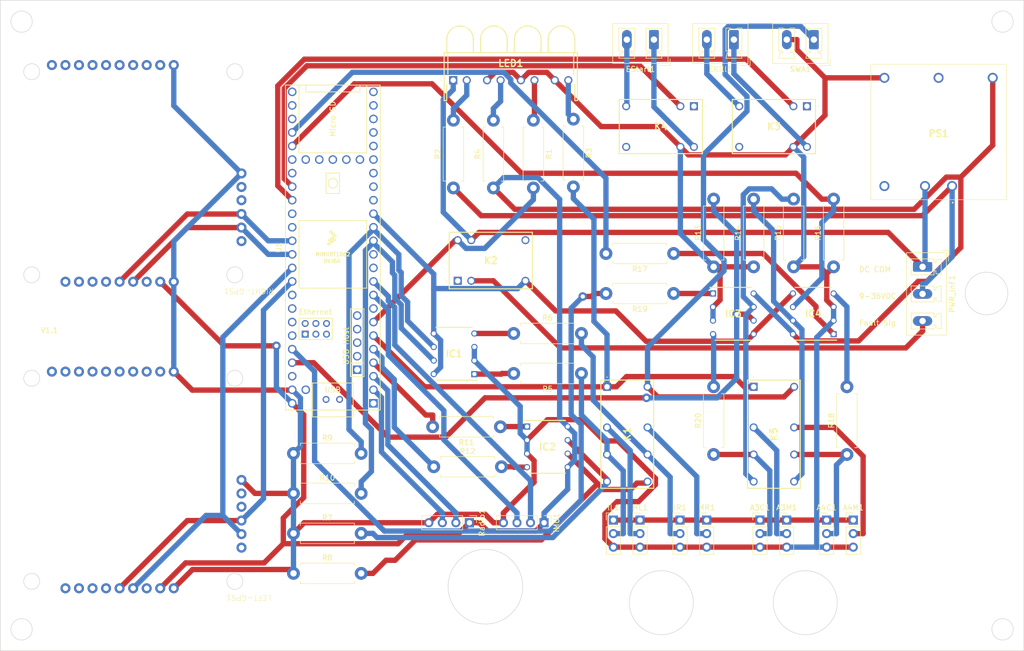
<source format=kicad_pcb>
(kicad_pcb (version 20221018) (generator pcbnew)
  (title_block (title "AGV Control Board") (date "2024-06-30") (rev "V1.0"))
  (layers (0 "F.Cu" signal) (31 "B.Cu" signal) (34 "B.Paste" user) (35 "F.Paste" user) (36 "B.SilkS" user "B.Silkscreen") (37 "F.SilkS" user "F.Silkscreen") (38 "B.Mask" user) (39 "F.Mask" user) (44 "Edge.Cuts" user))
  (net 0 "")
  (net 1 "COM")
  (net 2 "5VDC")
  (net 3 "3.3V")
  (net 4 "12COM")
  (net 5 "12VDC")
  (net 6 "TX1")
  (net 7 "RX1")
  (net 8 "M5V")
  (net 9 "TX2")
  (net 10 "RX2")
  (net 13 "Net-(U1-2_OUT2)")
  (net 14 "Net-(U1-3_LRCLK2)")
  (net 34 "Net-(EKill1-Pin_1)")
  (net 35 "Net-(EKill1-Pin_2)")
  (net 61 "Net-(EStart1-Pin_1)")
  (net 62 "Net-(EStart1-Pin_2)")
  (net 63 "Net-(IC1-A_1)")
  (net 64 "Net-(IC1-A_2)")
  (net 65 "Net-(IC1-C_3)")
  (net 66 "Net-(IC1-C_4)")
  (net 67 "Net-(IC2-A_1)")
  (net 68 "Net-(IC2-A_2)")
  (net 69 "Net-(IC2-C_3)")
  (net 70 "Net-(IC2-C_4)")
  (net 71 "Net-(IL1-Pin_2)")
  (net 72 "Net-(IR1-Pin_2)")
  (net 73 "EKill")
  (net 74 "EStart")
  (net 75 "MOut")
  (net 76 "Net-(K1-COM_1)")
  (net 77 "Net-(K1-COM_2)")
  (net 78 "MCom")
  (net 79 "P3I")
  (net 80 "P4I")
  (net 81 "P3O")
  (net 82 "P4O")
  (net 83 "Net-(A3C1-Pin_2)")
  (net 84 "Net-(A3M1-Pin_2)")
  (net 85 "Net-(A4C1-Pin_2)")
  (net 86 "Net-(A4M1-Pin_2)")
  (net 87 "Net-(IC3-A_1)")
  (net 88 "Net-(IC3-A_2)")
  (net 89 "Net-(IC3-C_4)")
  (net 90 "Net-(IC4-A_1)")
  (net 91 "Net-(IC4-A_2)")
  (net 92 "Net-(IC4-C_4)")
  (net 94 "Net-(K2-COIL_1)")
  (net 96 "Net-(K2-NO)")
  (net 101 "Net-(LED1-A_GREEN_1)")
  (net 102 "Net-(LED1-A_GREEN_2)")
  (net 103 "Net-(LED1-A_GREEN_3)")
  (net 104 "Net-(LED1-A_GREEN_4)")
  (net 109 "Net-(LEFT-GPS1-RX2)")
  (net 110 "Net-(LEFT-GPS1-TX2)")
  (net 122 "Net-(RIGHT-GPS1-RX2)")
  (net 123 "Net-(RIGHT-GPS1-TX2)")
  (footprint "Resistor_THT:R_Axial_DIN0411_L9.9mm_D3.6mm_P12.70mm_Horizontal" (layer "F.Cu") (at 176.31 70 90)
    (fp_text reference "R16")
    (fp_text value "10K")
  )
  (footprint "Connector_PinHeader_2.54mm:PinHeader_1x03_P2.54mm_Vertical" (layer "F.Cu") (at 135 117.5)
    (fp_text reference "IL1")
    (fp_text value "Conn_01x03_Pin")
  )
  (footprint "Connector_PinHeader_2.54mm:PinHeader_1x03_P2.54mm_Vertical" (layer "F.Cu") (at 180 117.5)
    (fp_text reference "A4M1")
    (fp_text value "Conn_01x03_Pin")
  )
  (footprint "Resistor_THT:R_Axial_DIN0411_L9.9mm_D3.6mm_P12.70mm_Horizontal" (layer "F.Cu") (at 129.01 90 180)
    (fp_text reference "R5")
    (fp_text value "187")
  )
  (footprint "boards:Sparkfun GPS-RTK" (layer "F.Cu") (at 66.6166 74.0658 180)
    (fp_text reference "RIGHT-GPS1")
    (fp_text value "~")
  )
  (footprint "Resistor_THT:R_Axial_DIN0411_L9.9mm_D3.6mm_P12.70mm_Horizontal" (layer "F.Cu") (at 161.31 70 90)
    (fp_text reference "R14")
    (fp_text value "10K")
  )
  (footprint "Connector_PinHeader_2.54mm:PinHeader_1x03_P2.54mm_Vertical" (layer "F.Cu") (at 140 117.5)
    (fp_text reference "ML1")
    (fp_text value "Conn_01x03_Pin")
  )
  (footprint "SamacSys:SR113V2002C" (layer "F.Cu") (at 161.31 92.5 -90)
    (fp_text reference "K5")
    (fp_text value "SR11-3V-200-2C" hide)
  )
  (footprint "Connector_PinHeader_2.54mm:PinHeader_1x03_P2.54mm_Vertical" (layer "F.Cu") (at 152.5 117.5)
    (fp_text reference "MR1")
    (fp_text value "Conn_01x03_Pin")
  )
  (footprint "Connector_PinHeader_2.54mm:PinHeader_1x04_P2.54mm_Vertical" (layer "F.Cu") (at 108 118 -90)
    (fp_text reference "Radio1")
    (fp_text value "Conn_01x04_Pin")
  )
  (footprint "Resistor_THT:R_Axial_DIN0411_L9.9mm_D3.6mm_P12.70mm_Horizontal" (layer "F.Cu") (at 120 42.5 -90)
    (fp_text reference "R1")
    (fp_text value "750")
  )
  (footprint "Resistor_THT:R_Axial_DIN0411_L9.9mm_D3.6mm_P12.70mm_Horizontal" (layer "F.Cu") (at 153.81 105.2 90)
    (fp_text reference "R20")
    (fp_text value "187")
  )
  (footprint "Resistor_THT:R_Axial_DIN0411_L9.9mm_D3.6mm_P12.70mm_Horizontal" (layer "F.Cu") (at 127.5 42.3 -90)
    (fp_text reference "R3")
    (fp_text value "750")
  )
  (footprint "SamacSys:SR113V2002C" (layer "F.Cu") (at 133.81 92.5 -90)
    (fp_text reference "K1")
    (fp_text value "SR11-3V-200-2C" hide)
  )
  (footprint "Connector_PinHeader_2.54mm:PinHeader_1x04_P2.54mm_Vertical" (layer "F.Cu") (at 122 118 -90)
    (fp_text reference "IMU1")
    (fp_text value "Conn_01x04_Pin")
  )
  (footprint "SamacSys:SR512V2001C" (layer "F.Cu") (at 105.81 72.62)
    (fp_text reference "K2")
    (fp_text value "SR5-12V-200-1C" hide)
  )
  (footprint "Connector_Phoenix_MC_HighVoltage:PhoenixContact_MCV_1,5_2-G-5.08_1x02_P5.08mm_Vertical" (layer "F.Cu") (at 157.61 27.38 180)
    (fp_text reference "EKill1")
    (fp_text value "Conn_01x02_Pin")
  )
  (footprint "Resistor_THT:R_Axial_DIN0411_L9.9mm_D3.6mm_P12.70mm_Horizontal" (layer "F.Cu") (at 168.81 70 90)
    (fp_text reference "R15")
    (fp_text value "10K")
  )
  (footprint "Resistor_THT:R_Axial_DIN0411_L9.9mm_D3.6mm_P12.70mm_Horizontal" (layer "F.Cu") (at 113.81 100 180)
    (fp_text reference "R11")
    (fp_text value "100")
  )
  (footprint "Connector_PinHeader_2.54mm:PinHeader_1x03_P2.54mm_Vertical" (layer "F.Cu") (at 162.5 117.5)
    (fp_text reference "A3C1")
    (fp_text value "Conn_01x03_Pin")
  )
  (footprint "Resistor_THT:R_Axial_DIN0411_L9.9mm_D3.6mm_P12.70mm_Horizontal" (layer "F.Cu") (at 105 55.2 90)
    (fp_text reference "R2")
    (fp_text value "6.19K")
  )
  (footprint "Resistor_THT:R_Axial_DIN0411_L9.9mm_D3.6mm_P12.70mm_Horizontal" (layer "F.Cu") (at 116.31 82.5)
    (fp_text reference "R6")
    (fp_text value "187")
  )
  (footprint "SamacSys:DIP762W56P254L977H470Q8N" (layer "F.Cu") (at 157.5 78.81)
    (fp_text reference "IC3")
    (fp_text value "CNY74-2H" hide)
  )
  (footprint "Resistor_THT:R_Axial_DIN0411_L9.9mm_D3.6mm_P12.70mm_Horizontal" (layer "F.Cu") (at 146.31 67.5 180)
    (fp_text reference "R17")
    (fp_text value "100")
  )
  (footprint "SamacSys:SR53V2001C" (layer "F.Cu") (at 171.31 39.88 180)
    (fp_text reference "K3")
    (fp_text value "SR5-3V-200-1C" hide)
  )
  (footprint "Connector_Phoenix_MC_HighVoltage:PhoenixContact_MCV_1,5_2-G-5.08_1x02_P5.08mm_Vertical" (layer "F.Cu") (at 172.61 27.38 180)
    (fp_text reference "SWA1")
    (fp_text value "Conn_01x02_Pin")
  )
  (footprint "Resistor_THT:R_Axial_DIN0411_L9.9mm_D3.6mm_P12.70mm_Horizontal" (layer "F.Cu") (at 112.5 55.2 90)
    (fp_text reference "R4")
    (fp_text value "1.6K")
  )
  (footprint "Resistor_THT:R_Axial_DIN0411_L9.9mm_D3.6mm_P12.70mm_Horizontal" (layer "F.Cu") (at 75 112.5)
    (fp_text reference "R10")
    (fp_text value "10K")
  )
  (footprint "Resistor_THT:R_Axial_DIN0411_L9.9mm_D3.6mm_P12.70mm_Horizontal" (layer "F.Cu") (at 178.81 105.2 90)
    (fp_text reference "R18")
    (fp_text value "187")
  )
  (footprint "SamacSys:5501307004F" (layer "F.Cu") (at 104.96 35 180)
    (fp_text reference "LED1")
    (fp_text value "550-1307-004F" hide)
  )
  (footprint "SamacSys:THL152411WI" (layer "F.Cu") (at 198.54 54.85 180)
    (fp_text reference "PS1")
    (fp_text value "THL_15-2411WI" hide)
  )
  (footprint "boards:Sparkfun GPS-RTK" (layer "F.Cu") (at 66.6166 131.5658 180)
    (fp_text reference "LEFT-GPS1")
    (fp_text value "~")
  )
  (footprint "Resistor_THT:R_Axial_DIN0411_L9.9mm_D3.6mm_P12.70mm_Horizontal" (layer "F.Cu") (at 153.81 70 90)
    (fp_text reference "R13")
    (fp_text value "10K")
  )
  (footprint "Resistor_THT:R_Axial_DIN0411_L9.9mm_D3.6mm_P12.70mm_Horizontal" (layer "F.Cu") (at 146.31 75 180)
    (fp_text reference "R19")
    (fp_text value "100")
  )
  (footprint "SamacSys:SR53V2001C" (layer "F.Cu") (at 150.11 39.88 180)
    (fp_text reference "K4")
    (fp_text value "SR5-3V-200-1C" hide)
  )
  (footprint "SamacSys:DIP762W56P254L977H470Q8N" (layer "F.Cu") (at 105.12 86.31 180)
    (fp_text reference "IC1")
    (fp_text value "HCPL2731M" hide)
  )
  (footprint "Connector_Phoenix_MC_HighVoltage:PhoenixContact_MCV_1,5_2-G-5.08_1x02_P5.08mm_Vertical" (layer "F.Cu") (at 142.61 27.38 180)
    (fp_text reference "EStart1")
    (fp_text value "Conn_01x02_Pin")
  )
  (footprint "Teensy:Teensy41" (layer "F.Cu") (at 82.38 66.39 90)
    (fp_text reference "U1")
    (fp_text value "Teensy4.1")
  )
  (footprint "SamacSys:DIP762W56P254L977H470Q8N" (layer "F.Cu") (at 122.62 103.77)
    (fp_text reference "IC2")
    (fp_text value "HCPL2731M" hide)
  )
  (footprint "Connector_Phoenix_MC_HighVoltage:PhoenixContact_MCV_1,5_3-G-5.08_1x03_P5.08mm_Vertical" (layer "F.Cu") (at 193 70 -90)
    (fp_text reference "PWR_InF1")
    (fp_text value "Conn_01x03_Pin")
  )
  (footprint "Resistor_THT:R_Axial_DIN0411_L9.9mm_D3.6mm_P12.70mm_Horizontal" (layer "F.Cu") (at 75 120)
    (fp_text reference "R7")
    (fp_text value "10K")
  )
  (footprint "Connector_PinHeader_2.54mm:PinHeader_1x03_P2.54mm_Vertical" (layer "F.Cu") (at 175 117.5)
    (fp_text reference "A4C1")
    (fp_text value "Conn_01x03_Pin")
  )
  (footprint "Resistor_THT:R_Axial_DIN0411_L9.9mm_D3.6mm_P12.70mm_Horizontal" (layer "F.Cu") (at 75 127.5)
    (fp_text reference "R8")
    (fp_text value "10K")
  )
  (footprint "Resistor_THT:R_Axial_DIN0411_L9.9mm_D3.6mm_P12.70mm_Horizontal" (layer "F.Cu") (at 75 105)
    (fp_text reference "R9")
    (fp_text value "10K")
  )
  (footprint "Connector_PinHeader_2.54mm:PinHeader_1x03_P2.54mm_Vertical" (layer "F.Cu") (at 167.5 117.5)
    (fp_text reference "A3M1")
    (fp_text value "Conn_01x03_Pin")
  )
  (footprint "SamacSys:DIP762W56P254L977H470Q8N" (layer "F.Cu") (at 172.5 78.81 180)
    (fp_text reference "IC4")
    (fp_text value "CNY74-2H" hide)
  )
  (footprint "Connector_PinHeader_2.54mm:PinHeader_1x03_P2.54mm_Vertical" (layer "F.Cu") (at 147.5 117.5)
    (fp_text reference "IR1")
    (fp_text value "Conn_01x03_Pin")
  )
  (footprint "Resistor_THT:R_Axial_DIN0411_L9.9mm_D3.6mm_P12.70mm_Horizontal" (layer "F.Cu") (at 101.31 107.5)
    (fp_text reference "R12")
    (fp_text value "100")
  )
  (gr_line (start 20 142) (end 20 20) (stroke (width 0.1)) (layer "Edge.Cuts"))
  (gr_circle (center 111 130) (end 118 130) (stroke (width 0.1)) (fill none) (layer "Edge.Cuts"))
  (gr_circle (center 25.9 90.9) (end 24.4 90.9) (stroke (width 0.1)) (fill none) (layer "Edge.Cuts"))
  (gr_circle (center 64 90.9) (end 62.5 90.9) (stroke (width 0.1)) (fill none) (layer "Edge.Cuts"))
  (gr_circle (center 208 138) (end 206 138) (stroke (width 0.1)) (fill none) (layer "Edge.Cuts"))
  (gr_circle (center 64 71.5) (end 62.5 71.5) (stroke (width 0.1)) (fill none) (layer "Edge.Cuts"))
  (gr_circle (center 24 24) (end 24 22) (stroke (width 0.1)) (fill none) (layer "Edge.Cuts"))
  (gr_line (start 212 20) (end 212 142) (stroke (width 0.1)) (layer "Edge.Cuts"))
  (gr_circle (center 24 138) (end 26 138) (stroke (width 0.1)) (fill none) (layer "Edge.Cuts"))
  (gr_circle (center 64 33.4) (end 62.5 33.4) (stroke (width 0.1)) (fill none) (layer "Edge.Cuts"))
  (gr_circle (center 208 24) (end 210 24) (stroke (width 0.1)) (fill none) (layer "Edge.Cuts"))
  (gr_circle (center 205 75) (end 209 75) (stroke (width 0.1)) (fill none) (layer "Edge.Cuts"))
  (gr_circle (center 144 133) (end 150 133) (stroke (width 0.1)) (fill none) (layer "Edge.Cuts"))
  (gr_circle (center 25.9 71.5) (end 27.4 71.5) (stroke (width 0.1)) (fill none) (layer "Edge.Cuts"))
  (gr_circle (center 64 129) (end 62.5 129) (stroke (width 0.1)) (fill none) (layer "Edge.Cuts"))
  (gr_line (start 20 20) (end 212 20) (stroke (width 0.1)) (layer "Edge.Cuts"))
  (gr_circle (center 171 133) (end 177 133) (stroke (width 0.1)) (fill none) (layer "Edge.Cuts"))
  (gr_line (start 212 142) (end 20 142) (stroke (width 0.1)) (layer "Edge.Cuts"))
  (gr_circle (center 25.9 33.4) (end 27.4 33.4) (stroke (width 0.1)) (fill none) (layer "Edge.Cuts"))
  (gr_circle (center 25.9 129) (end 24.4 129) (stroke (width 0.1)) (fill none) (layer "Edge.Cuts"))
  (gr_text "V1.1" (at 27.5 82.5) (layer "F.SilkS") (effects (font (size 1 1)) (justify left bottom)))
  (gr_text "9-36VDC" (at 181 76.08) (layer "F.SilkS") (effects (font (size 1 1)) (justify left bottom)))
  (gr_text "DC COM" (at 181 71.08) (layer "F.SilkS") (effects (font (size 1 1)) (justify left bottom)))
  (gr_text "Fault Sig" (at 181 81.08) (layer "F.SilkS") (effects (font (size 1 1)) (justify left bottom)))
  (segment (start 114.38 118) (end 114.38 116.15) (width 1) (layer "F.Cu") (net 1))
  (segment (start 174.7 41.57) (end 168.77 47.5) (width 1) (layer "F.Cu") (net 1))
  (segment (start 174.7 34.55) (end 185.84 34.55) (width 1) (layer "F.Cu") (net 1))
  (segment (start 114.38 118) (end 112.53 118) (width 1) (layer "F.Cu") (net 1))
  (segment (start 118.81 105.04) (end 120.1297 106.3597) (width 1) (layer "F.Cu") (net 1))
  (segment (start 116.1757 33.5157) (end 112.7943 33.5157) (width 1) (layer "F.Cu") (net 1))
  (segment (start 110.9548 116.4248) (end 112.53 118) (width 1) (layer "F.Cu") (net 1))
  (segment (start 169.43 27.38) (end 169.43 29.28) (width 1) (layer "F.Cu") (net 1))
  (segment (start 101.9552 116.4248) (end 110.9548 116.4248) (width 1) (layer "F.Cu") (net 1))
  (segment (start 135.8665 102.6599) (end 142.8932 109.6866) (width 1) (layer "F.Cu") (net 1))
  (segment (start 56.0679 126.7729) (end 52.545 130.2958) (width 1) (layer "F.Cu") (net 1))
  (segment (start 74.76 93.06) (end 74.6983 93.1217) (width 1) (layer "F.Cu") (net 1))
  (segment (start 168.81 70) (end 173.7462 70) (width 1) (layer "F.Cu") (net 1))
  (segment (start 124.01 35) (end 122.5257 33.5157) (width 1) (layer "F.Cu") (net 1))
  (segment (start 122.6428 98.6672) (end 129.3287 98.6672) (width 1) (layer "F.Cu") (net 1))
  (segment (start 142.8932 110.8568) (end 139.7152 114.0348) (width 1) (layer "F.Cu") (net 1))
  (segment (start 75 127.5) (end 74.2729 126.7729) (width 1) (layer "F.Cu") (net 1))
  (segment (start 74.6983 93.1217) (end 56.0109 93.1217) (width 1) (layer "F.Cu") (net 1))
  (segment (start 147.57 47.5) (end 149.0757 49.0057) (width 1) (layer "F.Cu") (net 1))
  (segment (start 180 122.58) (end 175 122.58) (width 1) (layer "F.Cu") (net 1))
  (segment (start 173.7462 70) (end 175.0281 71.2819) (width 1) (layer "F.Cu") (net 1))
  (segment (start 142.8932 109.6866) (end 142.8932 110.8568) (width 1) (layer "F.Cu") (net 1))
  (segment (start 155.0208 70) (end 161.31 70) (width 1) (layer "F.Cu") (net 1))
  (segment (start 155.0208 76.2092) (end 153.69 77.54) (width 1) (layer "F.Cu") (net 1))
  (segment (start 129.3287 98.6672) (end 133.3214 102.6599) (width 1) (layer "F.Cu") (net 1))
  (segment (start 117.66 35) (end 116.1757 33.5157) (width 1) (layer "F.Cu") (net 1))
  (segment (start 112.7943 33.5157) (end 111.31 35) (width 1) (layer "F.Cu") (net 1))
  (segment (start 118.81 102.5) (end 122.6428 98.6672) (width 1) (layer "F.Cu") (net 1))
  (segment (start 153.81 70) (end 155.0208 70) (width 1) (layer "F.Cu") (net 1))
  (segment (start 167.2643 49.0057) (end 168.77 47.5) (width 1) (layer "F.Cu") (net 1))
  (segment (start 133.3214 102.6599) (end 135.8665 102.6599) (width 1) (layer "F.Cu") (net 1))
  (segment (start 133.4159 120.9959) (end 135 122.58) (width 1) (layer "F.Cu") (net 1))
  (segment (start 155.0208 70) (end 155.0208 76.2092) (width 1) (layer "F.Cu") (net 1))
  (segment (start 147.57 47.5) (end 143.76 43.69) (width 1) (layer "F.Cu") (net 1))
  (segment (start 149.0757 49.0057) (end 167.2643 49.0057) (width 1) (layer "F.Cu") (net 1))
  (segment (start 75 112.5) (end 67.7692 112.5) (width 1) (layer "F.Cu") (net 1))
  (segment (start 100.38 118) (end 101.9552 116.4248) (width 1) (layer "F.Cu") (net 1))
  (segment (start 176.31 77.54) (end 175.0281 76.2581) (width 1) (layer "F.Cu") (net 1))
  (segment (start 167.5 122.58) (end 162.5 122.58) (width 1) (layer "F.Cu") (net 1))
  (segment (start 119.1443 33.5157) (end 117.66 35) (width 1) (layer "F.Cu") (net 1))
  (segment (start 152.5 122.58) (end 147.5 122.58) (width 1) (layer "F.Cu") (net 1))
  (segment (start 122.5257 33.5157) (end 119.1443 33.5157) (width 1) (layer "F.Cu") (net 1))
  (segment (start 132.7 43.69) (end 124.01 35) (width 1) (layer "F.Cu") (net 1))
  (segment (start 174.7 34.55) (end 174.7 41.57) (width 1) (layer "F.Cu") (net 1))
  (segment (start 133.4159 116.3349) (end 133.4159 120.9959) (width 1) (layer "F.Cu") (net 1))
  (segment (start 135.716 114.0348) (end 133.4159 116.3349) (width 1) (layer "F.Cu") (net 1))
  (segment (start 169.43 29.28) (end 174.7 34.55) (width 1) (layer "F.Cu") (net 1))
  (segment (start 67.7692 112.5) (end 65.245 109.9758) (width 1) (layer "F.Cu") (net 1))
  (segment (start 140 122.58) (end 135 122.58) (width 1) (layer "F.Cu") (net 1))
  (segment (start 74.2729 126.7729) (end 56.0679 126.7729) (width 1) (layer "F.Cu") (net 1))
  (segment (start 120.1297 106.3597) (end 120.1297 110.4003) (width 1) (layer "F.Cu") (net 1))
  (segment (start 162.5 122.58) (end 152.5 122.58) (width 1) (layer "F.Cu") (net 1))
  (segment (start 77 118) (end 100.38 118) (width 1) (layer "F.Cu") (net 1))
  (segment (start 167.53 27.38) (end 169.43 27.38) (width 1) (layer "F.Cu") (net 1))
  (segment (start 75 120) (end 77 118) (width 1) (layer "F.Cu") (net 1))
  (segment (start 143.76 43.69) (end 132.7 43.69) (width 1) (layer "F.Cu") (net 1))
  (segment (start 175.0281 71.2819) (end 176.31 70) (width 1) (layer "F.Cu") (net 1))
  (segment (start 175.0281 76.2581) (end 175.0281 71.2819) (width 1) (layer "F.Cu") (net 1))
  (segment (start 147.5 122.58) (end 140 122.58) (width 1) (layer "F.Cu") (net 1))
  (segment (start 139.7152 114.0348) (end 135.716 114.0348) (width 1) (layer "F.Cu") (net 1))
  (segment (start 120.1297 110.4003) (end 114.38 116.15) (width 1) (layer "F.Cu") (net 1))
  (segment (start 56.0109 93.1217) (end 52.545 89.6558) (width 1) (layer "F.Cu") (net 1))
  (segment (start 76.3022 103.6978) (end 75 105) (width 1) (layer "B.Cu") (net 1))
  (segment (start 170.7122 68.0978) (end 168.81 70) (width 1) (layer "B.Cu") (net 1))
  (segment (start 173.15 83.24) (end 176.31 80.08) (width 1) (layer "B.Cu") (net 1))
  (segment (start 147.57 63.76) (end 153.81 70) (width 1) (layer "B.Cu") (net 1))
  (segment (start 52.545 39.7758) (end 65.245 52.4758) (width 1) (layer "B.Cu") (net 1))
  (segment (start 74.76 93.06) (end 76.3022 94.6022) (width 1) (layer "B.Cu") (net 1))
  (segment (start 168.77 47.5) (end 170.7122 49.4422) (width 1) (layer "B.Cu") (net 1))
  (segment (start 176.31 77.54) (end 176.31 80.08) (width 1) (layer "B.Cu") (net 1))
  (segment (start 153.69 80.08) (end 153.69 77.54) (width 1) (layer "B.Cu") (net 1))
  (segment (start 118.81 105.04) (end 118.81 102.5) (width 1) (layer "B.Cu") (net 1))
  (segment (start 173.15 122.58) (end 173.15 83.24) (width 1) (layer "B.Cu") (net 1))
  (segment (start 75 120) (end 75 112.5) (width 1) (layer "B.Cu") (net 1))
  (segment (start 175 122.58) (end 173.15 122.58) (width 1) (layer "B.Cu") (net 1))
  (segment (start 118.81 102.5) (end 117.5281 101.2181) (width 1) (layer "B.Cu") (net 1))
  (segment (start 52.545 89.6558) (end 52.545 72.7958) (width 1) (layer "B.Cu") (net 1))
  (segment (start 147.57 47.5) (end 147.57 63.76) (width 1) (layer "B.Cu") (net 1))
  (segment (start 76.3022 94.6022) (end 76.3022 103.6978) (width 1) (layer "B.Cu") (net 1))
  (segment (start 117.5281 96.1781) (end 108.93 87.58) (width 1) (layer "B.Cu") (net 1))
  (segment (start 65.245 52.4758) (end 52.545 65.1758) (width 1) (layer "B.Cu") (net 1))
  (segment (start 170.7122 49.4422) (end 170.7122 68.0978) (width 1) (layer "B.Cu") (net 1))
  (segment (start 75 105) (end 75 112.5) (width 1) (layer "B.Cu") (net 1))
  (segment (start 75 127.5) (end 75 120) (width 1) (layer "B.Cu") (net 1))
  (segment (start 167.5 122.58) (end 173.15 122.58) (width 1) (layer "B.Cu") (net 1))
  (segment (start 52.545 32.1558) (end 52.545 39.7758) (width 1) (layer "B.Cu") (net 1))
  (segment (start 108.93 87.58) (end 108.93 85.04) (width 1) (layer "B.Cu") (net 1))
  (segment (start 117.5281 101.2181) (end 117.5281 96.1781) (width 1) (layer "B.Cu") (net 1))
  (segment (start 52.545 65.1758) (end 52.545 72.7958) (width 1) (layer "B.Cu") (net 1))
  (segment (start 69.4841 125.5393) (end 54.7615 125.5393) (width 1) (layer "F.Cu") (net 2))
  (segment (start 73.0896 121.9338) (end 69.4841 125.5393) (width 1) (layer "F.Cu") (net 2))
  (segment (start 74.76 95.6) (end 76.9246 97.7646) (width 1) (layer "F.Cu") (net 2))
  (segment (start 200.18 53.1667) (end 197.4618 53.1667) (width 1) (layer "F.Cu") (net 2))
  (segment (start 62.0279 84.8187) (end 71.7936 84.8187) (width 1) (layer "F.Cu") (net 2))
  (segment (start 96.5864 119.9649) (end 94.6175 121.9338) (width 1) (layer "F.Cu") (net 2))
  (segment (start 76.9246 113.2736) (end 73.0896 117.1086) (width 1) (layer "F.Cu") (net 2))
  (segment (start 73.0896 117.1086) (end 73.0896 121.9338) (width 1) (layer "F.Cu") (net 2))
  (segment (start 111.4019 119.5519) (end 120.4481 119.5519) (width 1) (layer "F.Cu") (net 2))
  (segment (start 191.4223 59.2062) (end 116.5062 59.2062) (width 1) (layer "F.Cu") (net 2))
  (segment (start 50.005 72.7958) (end 62.0279 84.8187) (width 1) (layer "F.Cu") (net 2))
  (segment (start 54.7615 125.5393) (end 50.005 130.2958) (width 1) (layer "F.Cu") (net 2))
  (segment (start 94.6175 121.9338) (end 73.0896 121.9338) (width 1) (layer "F.Cu") (net 2))
  (segment (start 206.16 47.1867) (end 200.18 53.1667) (width 1) (layer "F.Cu") (net 2))
  (segment (start 193.8237 72.731) (end 192.1635 72.731) (width 1) (layer "F.Cu") (net 2))
  (segment (start 200.18 66.3747) (end 193.8237 72.731) (width 1) (layer "F.Cu") (net 2))
  (segment (start 180.9926 83.9019) (end 169.9719 83.9019) (width 1) (layer "F.Cu") (net 2))
  (segment (start 109.85 118) (end 111.4019 119.5519) (width 1) (layer "F.Cu") (net 2))
  (segment (start 106.0351 119.9649) (end 96.5864 119.9649) (width 1) (layer "F.Cu") (net 2))
  (segment (start 76.9246 97.7646) (end 76.9246 113.2736) (width 1) (layer "F.Cu") (net 2))
  (segment (start 108 118) (end 109.85 118) (width 1) (layer "F.Cu") (net 2))
  (segment (start 116.5062 59.2062) (end 112.5 55.2) (width 1) (layer "F.Cu") (net 2))
  (segment (start 192.1635 72.731) (end 180.9926 83.9019) (width 1) (layer "F.Cu") (net 2))
  (segment (start 108 118) (end 106.0351 119.9649) (width 1) (layer "F.Cu") (net 2))
  (segment (start 169.9719 83.9019) (end 168.69 82.62) (width 1) (layer "F.Cu") (net 2))
  (segment (start 120.4481 119.5519) (end 122 118) (width 1) (layer "F.Cu") (net 2))
  (segment (start 200.18 53.1667) (end 200.18 66.3747) (width 1) (layer "F.Cu") (net 2))
  (segment (start 206.16 34.55) (end 206.16 47.1867) (width 1) (layer "F.Cu") (net 2))
  (segment (start 197.4618 53.1667) (end 191.4223 59.2062) (width 1) (layer "F.Cu") (net 2))
  (via (at 71.7936 84.8187) (size 1.6) (drill 0.8) (layers "F.Cu" "B.Cu") (net 2))
  (segment (start 124.9251 98.4551) (end 126.43 99.96) (width 1) (layer "B.Cu") (net 2))
  (segment (start 127.7579 106.2521) (end 126.43 107.58) (width 1) (layer "B.Cu") (net 2))
  (segment (start 122 118) (end 122 116.15) (width 1) (layer "B.Cu") (net 2))
  (segment (start 126.43 99.96) (end 127.7579 101.2879) (width 1) (layer "B.Cu") (net 2))
  (segment (start 122 116.15) (end 126.43 111.72) (width 1) (layer "B.Cu") (net 2))
  (segment (start 71.7936 84.8187) (end 71.7936 92.6336) (width 1) (layer "B.Cu") (net 2))
  (segment (start 161.31 75) (end 168.69 82.38) (width 1) (layer "B.Cu") (net 2))
  (segment (start 71.7936 92.6336) (end 74.76 95.6) (width 1) (layer "B.Cu") (net 2))
  (segment (start 124.9251 57.3417) (end 124.9251 98.4551) (width 1) (layer "B.Cu") (net 2))
  (segment (start 114.4405 53.2595) (end 120.8429 53.2595) (width 1) (layer "B.Cu") (net 2))
  (segment (start 112.5 55.2) (end 114.4405 53.2595) (width 1) (layer "B.Cu") (net 2))
  (segment (start 127.7579 101.2879) (end 127.7579 106.2521) (width 1) (layer "B.Cu") (net 2))
  (segment (start 168.69 82.38) (end 168.69 82.62) (width 1) (layer "B.Cu") (net 2))
  (segment (start 126.43 111.72) (end 126.43 107.58) (width 1) (layer "B.Cu") (net 2))
  (segment (start 120.8429 53.2595) (end 124.9251 57.3417) (width 1) (layer "B.Cu") (net 2))
  (segment (start 124.1624 78.2724) (end 118.51 72.62) (width 1) (layer "F.Cu") (net 3))
  (segment (start 161.31 82.62) (end 161.31 82.38) (width 1) (layer "F.Cu") (net 3))
  (segment (start 161.31 82.38) (end 168.69 75) (width 1) (layer "F.Cu") (net 3))
  (segment (start 141.1508 83.96) (end 135.4632 78.2724) (width 1) (layer "F.Cu") (net 3))
  (segment (start 159.97 83.96) (end 141.1508 83.96) (width 1) (layer "F.Cu") (net 3))
  (segment (start 135.4632 78.2724) (end 124.1624 78.2724) (width 1) (layer "F.Cu") (net 3))
  (segment (start 161.31 82.62) (end 159.97 83.96) (width 1) (layer "F.Cu") (net 3))
  (segment (start 102.5955 83.7855) (end 102.5955 88.8345) (width 1) (layer "B.Cu") (net 3))
  (segment (start 117.0504 74.0796) (end 101.31 74.0796) (width 1) (layer "B.Cu") (net 3))
  (segment (start 101.31 71.35) (end 101.31 74.0796) (width 1) (layer "B.Cu") (net 3))
  (segment (start 102.5955 88.8345) (end 101.31 90.12) (width 1) (layer "B.Cu") (net 3))
  (segment (start 118.51 72.62) (end 117.0504 74.0796) (width 1) (layer "B.Cu") (net 3))
  (segment (start 101.31 82.5) (end 102.5955 83.7855) (width 1) (layer "B.Cu") (net 3))
  (segment (start 101.31 74.0796) (end 101.31 82.5) (width 1) (layer "B.Cu") (net 3))
  (segment (start 90 60.04) (end 101.31 71.35) (width 1) (layer "B.Cu") (net 3))
  (segment (start 109.804 63.546) (end 108.35 65) (width 1) (layer "F.Cu") (net 4))
  (segment (start 186.546 63.546) (end 109.804 63.546) (width 1) (layer "F.Cu") (net 4))
  (segment (start 193 70) (end 186.546 63.546) (width 1) (layer "F.Cu") (net 4))
  (segment (start 193 70) (end 193.46 69.54) (width 1) (layer "B.Cu") (net 4))
  (segment (start 103.0922 59.7422) (end 108.35 65) (width 1) (layer "B.Cu") (net 4))
  (segment (start 103.0922 38.6298) (end 103.0922 59.7422) (width 1) (layer "B.Cu") (net 4))
  (segment (start 104.96 35) (end 104.96 36.762) (width 1) (layer "B.Cu") (net 4))
  (segment (start 104.96 36.762) (end 103.0922 38.6298) (width 1) (layer "B.Cu") (net 4))
  (segment (start 193.46 69.54) (end 193.46 54.85) (width 1) (layer "B.Cu") (net 4))
  (segment (start 192.9819 60.4081) (end 198.54 54.85) (width 1) (layer "F.Cu") (net 5))
  (segment (start 105 55.2) (end 110.2081 60.4081) (width 1) (layer "F.Cu") (net 5))
  (segment (start 110.2081 60.4081) (end 192.9819 60.4081) (width 1) (layer "F.Cu") (net 5))
  (segment (start 193 75.08) (end 193 73.18) (width 1) (layer "B.Cu") (net 5))
  (segment (start 193.475 73.18) (end 198.54 68.115) (width 1) (layer "B.Cu") (net 5))
  (segment (start 193 73.18) (end 193.475 73.18) (width 1) (layer "B.Cu") (net 5))
  (segment (start 198.54 68.115) (end 198.54 54.85) (width 1) (layer "B.Cu") (net 5))
  (segment (start 92.7038 103.3938) (end 92.7038 93.2238) (width 1) (layer "B.Cu") (net 6))
  (segment (start 105.46 118) (end 105.46 116.15) (width 1) (layer "B.Cu") (net 6))
  (segment (start 105.46 116.15) (end 92.7038 103.3938) (width 1) (layer "B.Cu") (net 6))
  (segment (start 92.7038 93.2238) (end 90 90.52) (width 1) (layer "B.Cu") (net 6))
  (segment (start 91.5019 94.5093) (end 91.5019 104.7319) (width 1) (layer "B.Cu") (net 7))
  (segment (start 102.92 118) (end 102.92 116.15) (width 1) (layer "B.Cu") (net 7))
  (segment (start 91.5019 104.7319) (end 102.92 116.15) (width 1) (layer "B.Cu") (net 7))
  (segment (start 90.0526 93.06) (end 91.5019 94.5093) (width 1) (layer "B.Cu") (net 7))
  (segment (start 90 93.06) (end 90.0526 93.06) (width 1) (layer "B.Cu") (net 7))
  (segment (start 167.5 117.5) (end 162.5 117.5) (width 1) (layer "F.Cu") (net 8))
  (segment (start 140 117.5) (end 135 117.5) (width 1) (layer "F.Cu") (net 8))
  (segment (start 162.5 117.5) (end 152.5 117.5) (width 1) (layer "F.Cu") (net 8))
  (segment (start 167.5 117.5) (end 175 117.5) (width 1) (layer "F.Cu") (net 8))
  (segment (start 147.5 117.5) (end 140 117.5) (width 1) (layer "F.Cu") (net 8))
  (segment (start 152.5 117.5) (end 147.5 117.5) (width 1) (layer "F.Cu") (net 8))
  (segment (start 175 117.5) (end 180 117.5) (width 1) (layer "F.Cu") (net 8))
  (segment (start 92.8011 76.39) (end 94.003 77.5919) (width 1) (layer "B.Cu") (net 9))
  (segment (start 94.003 84.6576) (end 119.46 110.1146) (width 1) (layer "B.Cu") (net 9))
  (segment (start 119.46 110.1146) (end 119.46 118) (width 1) (layer "B.Cu") (net 9))
  (segment (start 94.003 77.5919) (end 94.003 84.6576) (width 1) (layer "B.Cu") (net 9))
  (segment (start 92.8011 75.5411) (end 92.8011 76.39) (width 1) (layer "B.Cu") (net 9))
  (segment (start 90 72.74) (end 92.8011 75.5411) (width 1) (layer "B.Cu") (net 9))
  (segment (start 90 75.2886) (end 92.8011 78.0897) (width 1) (layer "B.Cu") (net 10))
  (segment (start 103.2104 96.9614) (end 103.2104 102.4404) (width 1) (layer "B.Cu") (net 10))
  (segment (start 90 75.28) (end 90 75.2886) (width 1) (layer "B.Cu") (net 10))
  (segment (start 103.2104 102.4404) (end 116.92 116.15) (width 1) (layer "B.Cu") (net 10))
  (segment (start 92.8011 78.0897) (end 92.8011 86.5521) (width 1) (layer "B.Cu") (net 10))
  (segment (start 92.8011 86.5521) (end 103.2104 96.9614) (width 1) (layer "B.Cu") (net 10))
  (segment (start 116.92 118) (end 116.92 116.15) (width 1) (layer "B.Cu") (net 10))
  (segment (start 99.82 97.8) (end 101.11 97.8) (width 1) (layer "F.Cu") (net 13))
  (segment (start 101.11 100) (end 101.11 97.8) (width 1) (layer "F.Cu") (net 13))
  (segment (start 90 87.98) (end 99.82 97.8) (width 1) (layer "F.Cu") (net 13))
  (segment (start 91.5992 88.8204) (end 91.5992 87.0392) (width 1) (layer "B.Cu") (net 14))
  (segment (start 101.31 107.5) (end 93.9057 100.0957) (width 1) (layer "B.Cu") (net 14))
  (segment (start 93.9057 91.1269) (end 91.5992 88.8204) (width 1) (layer "B.Cu") (net 14))
  (segment (start 93.9057 100.0957) (end 93.9057 91.1269) (width 1) (layer "B.Cu") (net 14))
  (segment (start 91.5992 87.0392) (end 90 85.44) (width 1) (layer "B.Cu") (net 14))
  (segment (start 171.31 47.5) (end 157.61 33.8) (width 1) (layer "B.Cu") (net 34))
  (segment (start 157.61 33.8) (end 157.61 27.38) (width 1) (layer "B.Cu") (net 34))
  (segment (start 152.53 33.8) (end 152.53 27.38) (width 1) (layer "B.Cu") (net 35))
  (segment (start 158.61 39.88) (end 152.53 33.8) (width 1) (layer "B.Cu") (net 35))
  (segment (start 150.11 47.5) (end 142.61 40) (width 1) (layer "B.Cu") (net 61))
  (segment (start 142.61 40) (end 142.61 27.38) (width 1) (layer "B.Cu") (net 61))
  (segment (start 137.41 39.88) (end 137.53 39.76) (width 1) (layer "B.Cu") (net 62))
  (segment (start 137.53 39.76) (end 137.53 27.38) (width 1) (layer "B.Cu") (net 62))
  (segment (start 116.31 90) (end 114.11 90) (width 1) (layer "F.Cu") (net 63))
  (segment (start 113.99 90.12) (end 114.11 90) (width 1) (layer "F.Cu") (net 63))
  (segment (start 108.93 90.12) (end 113.99 90.12) (width 1) (layer "F.Cu") (net 63))
  (segment (start 108.93 82.5) (end 116.31 82.5) (width 1) (layer "F.Cu") (net 64))
  (segment (start 95.2049 75.3943) (end 96.4068 76.5962) (width 1) (layer "B.Cu") (net 65))
  (segment (start 85.4138 67.5435) (end 90.0119 62.9454) (width 1) (layer "B.Cu") (net 65))
  (segment (start 95.2049 71.0713) (end 95.2049 75.3943) (width 1) (layer "B.Cu") (net 65))
  (segment (start 96.4068 76.5962) (end 96.4068 80.1368) (width 1) (layer "B.Cu") (net 65))
  (segment (start 87.7 105) (end 87.7 102.8) (width 1) (layer "B.Cu") (net 65))
  (segment (start 87.7 102.8) (end 85.4138 100.5138) (width 1) (layer "B.Cu") (net 65))
  (segment (start 94.7623 70.6287) (end 95.2049 71.0713) (width 1) (layer "B.Cu") (net 65))
  (segment (start 90.0119 62.9454) (end 90.0119 62.5919) (width 1) (layer "B.Cu") (net 65))
  (segment (start 96.4068 80.1368) (end 101.31 85.04) (width 1) (layer "B.Cu") (net 65))
  (segment (start 94.7623 67.6959) (end 94.7623 70.6287) (width 1) (layer "B.Cu") (net 65))
  (segment (start 90.0119 62.9454) (end 94.7623 67.6959) (width 1) (layer "B.Cu") (net 65))
  (segment (start 85.4138 100.5138) (end 85.4138 67.5435) (width 1) (layer "B.Cu") (net 65))
  (segment (start 90.0119 62.5919) (end 90 62.58) (width 1) (layer "B.Cu") (net 65))
  (segment (start 88.4981 99.3659) (end 89.6155 100.4833) (width 1) (layer "B.Cu") (net 66))
  (segment (start 89.6155 100.4833) (end 89.6155 108.3845) (width 1) (layer "B.Cu") (net 66))
  (segment (start 89.9519 65.4795) (end 93.5604 69.088) (width 1) (layer "B.Cu") (net 66))
  (segment (start 88.4981 66.9333) (end 88.4981 99.3659) (width 1) (layer "B.Cu") (net 66))
  (segment (start 95.2049 77.0941) (end 95.2049 81.4749) (width 1) (layer "B.Cu") (net 66))
  (segment (start 94.003 71.5691) (end 94.003 75.8922) (width 1) (layer "B.Cu") (net 66))
  (segment (start 87.7 112.5) (end 87.7 110.3) (width 1) (layer "B.Cu") (net 66))
  (segment (start 90 65.12) (end 90 65.4314) (width 1) (layer "B.Cu") (net 66))
  (segment (start 93.5604 71.1265) (end 94.003 71.5691) (width 1) (layer "B.Cu") (net 66))
  (segment (start 90 65.4314) (end 89.9519 65.4795) (width 1) (layer "B.Cu") (net 66))
  (segment (start 89.9519 65.4795) (end 88.4981 66.9333) (width 1) (layer "B.Cu") (net 66))
  (segment (start 89.6155 108.3845) (end 87.7 110.3) (width 1) (layer "B.Cu") (net 66))
  (segment (start 93.5604 69.088) (end 93.5604 71.1265) (width 1) (layer "B.Cu") (net 66))
  (segment (start 95.2049 81.4749) (end 101.31 87.58) (width 1) (layer "B.Cu") (net 66))
  (segment (start 94.003 75.8922) (end 95.2049 77.0941) (width 1) (layer "B.Cu") (net 66))
  (segment (start 113.85 99.96) (end 113.81 100) (width 1) (layer "F.Cu") (net 67))
  (segment (start 118.81 99.96) (end 113.85 99.96) (width 1) (layer "F.Cu") (net 67))
  (segment (start 118.81 107.58) (end 116.29 107.58) (width 1) (layer "F.Cu") (net 68))
  (segment (start 114.01 107.5) (end 116.21 107.5) (width 1) (layer "F.Cu") (net 68))
  (segment (start 116.29 107.58) (end 116.21 107.5) (width 1) (layer "F.Cu") (net 68))
  (segment (start 92.3617 125.0383) (end 94.0613 125.0383) (width 1) (layer "F.Cu") (net 69))
  (segment (start 120.1265 121.2259) (end 120.128 121.2244) (width 1) (layer "F.Cu") (net 69))
  (segment (start 89.9 127.5) (end 92.3617 125.0383) (width 1) (layer "F.Cu") (net 69))
  (segment (start 139.4236 110.5668) (end 138.2217 111.7687) (width 1) (layer "F.Cu") (net 69))
  (segment (start 97.8737 121.2259) (end 120.1265 121.2259) (width 1) (layer "F.Cu") (net 69))
  (segment (start 94.0613 125.0383) (end 97.8737 121.2259) (width 1) (layer "F.Cu") (net 69))
  (segment (start 133.1587 111.7687) (end 132.0548 110.6647) (width 1) (layer "F.Cu") (net 69))
  (segment (start 138.2217 111.7687) (end 133.1587 111.7687) (width 1) (layer "F.Cu") (net 69))
  (segment (start 120.128 121.2244) (end 121.4951 121.2244) (width 1) (layer "F.Cu") (net 69))
  (segment (start 87.7 127.5) (end 89.9 127.5) (width 1) (layer "F.Cu") (net 69))
  (segment (start 141.1232 110.5668) (end 139.4236 110.5668) (width 1) (layer "F.Cu") (net 69))
  (segment (start 132.0548 110.6647) (end 126.43 105.04) (width 1) (layer "F.Cu") (net 69))
  (segment (start 121.4951 121.2244) (end 132.0548 110.6647) (width 1) (layer "F.Cu") (net 69))
  (segment (start 141.41 110.28) (end 141.1232 110.5668) (width 1) (layer "F.Cu") (net 69))
  (segment (start 133.81 110.28) (end 133.81 109.88) (width 1) (layer "F.Cu") (net 70))
  (segment (start 133.81 109.88) (end 126.43 102.5) (width 1) (layer "F.Cu") (net 70))
  (segment (start 133.81 110.6062) (end 133.81 110.28) (width 1) (layer "B.Cu") (net 70))
  (segment (start 90.6747 120.7747) (end 123.6415 120.7747) (width 1) (layer "B.Cu") (net 70))
  (segment (start 123.6415 120.7747) (end 133.81 110.6062) (width 1) (layer "B.Cu") (net 70))
  (segment (start 89.9 120) (end 90.6747 120.7747) (width 1) (layer "B.Cu") (net 70))
  (segment (start 87.7 120) (end 89.9 120) (width 1) (layer "B.Cu") (net 70))
  (segment (start 136.85 120.04) (end 136.85 108.24) (width 1) (layer "B.Cu") (net 71))
  (segment (start 136.85 108.24) (end 133.81 105.2) (width 1) (layer "B.Cu") (net 71))
  (segment (start 133.81 105.2) (end 133.81 102.5821) (width 1) (layer "B.Cu") (net 71))
  (segment (start 129.01 97.7821) (end 129.01 90) (width 1) (layer "B.Cu") (net 71))
  (segment (start 133.81 102.5821) (end 129.01 97.7821) (width 1) (layer "B.Cu") (net 71))
  (segment (start 135 120.04) (end 136.85 120.04) (width 1) (layer "B.Cu") (net 71))
  (segment (start 129.01 84.7) (end 131.21 86.9) (width 1) (layer "B.Cu") (net 72))
  (segment (start 141.41 105.2) (end 145.65 109.44) (width 1) (layer "B.Cu") (net 72))
  (segment (start 147.5 120.04) (end 145.65 120.04) (width 1) (layer "B.Cu") (net 72))
  (segment (start 145.65 109.44) (end 145.65 120.04) (width 1) (layer "B.Cu") (net 72))
  (segment (start 131.21 95) (end 141.41 105.2) (width 1) (layer "B.Cu") (net 72))
  (segment (start 131.21 86.9) (end 131.21 95) (width 1) (layer "B.Cu") (net 72))
  (segment (start 129.01 82.5) (end 129.01 84.7) (width 1) (layer "B.Cu") (net 72))
  (segment (start 77.0394 31.0543) (end 159.9443 31.0543) (width 1) (layer "F.Cu") (net 73))
  (segment (start 74.76 57.5) (end 72.0533 54.7933) (width 1) (layer "F.Cu") (net 73))
  (segment (start 72.0533 54.7933) (end 72.0533 36.0404) (width 1) (layer "F.Cu") (net 73))
  (segment (start 159.9443 31.0543) (end 168.77 39.88) (width 1) (layer "F.Cu") (net 73))
  (segment (start 72.0533 36.0404) (end 77.0394 31.0543) (width 1) (layer "F.Cu") (net 73))
  (segment (start 73.2559 53.4559) (end 73.2559 36.5435) (width 1) (layer "F.Cu") (net 74))
  (segment (start 74.76 54.96) (end 73.2559 53.4559) (width 1) (layer "F.Cu") (net 74))
  (segment (start 73.2559 36.5435) (end 77.5059 32.2935) (width 1) (layer "F.Cu") (net 74))
  (segment (start 139.9835 32.2935) (end 147.57 39.88) (width 1) (layer "F.Cu") (net 74))
  (segment (start 77.5059 32.2935) (end 139.9835 32.2935) (width 1) (layer "F.Cu") (net 74))
  (segment (start 99.6 92.5) (end 133.81 92.5) (width 1) (layer "F.Cu") (net 75))
  (segment (start 135.56 92.5) (end 137.4754 90.5846) (width 1) (layer "F.Cu") (net 75))
  (segment (start 161.31 92.5) (end 159.56 92.5) (width 1) (layer "F.Cu") (net 75))
  (segment (start 137.4754 90.5846) (end 157.6446 90.5846) (width 1) (layer "F.Cu") (net 75))
  (segment (start 90 82.9) (end 99.6 92.5) (width 1) (layer "F.Cu") (net 75))
  (segment (start 157.6446 90.5846) (end 159.56 92.5) (width 1) (layer "F.Cu") (net 75))
  (segment (start 133.81 92.5) (end 135.56 92.5) (width 1) (layer "F.Cu") (net 75))
  (segment (start 131.3592 61.0592) (end 131.3592 80.2494) (width 1) (layer "B.Cu") (net 75))
  (segment (start 133.81 82.7002) (end 133.81 92.5) (width 1) (layer "B.Cu") (net 75))
  (segment (start 127.5 57.2) (end 131.3592 61.0592) (width 1) (layer "B.Cu") (net 75))
  (segment (start 131.3592 80.2494) (end 133.81 82.7002) (width 1) (layer "B.Cu") (net 75))
  (segment (start 127.5 55) (end 127.5 57.2) (width 1) (layer "B.Cu") (net 75))
  (segment (start 140 120.04) (end 138.15 120.04) (width 1) (layer "B.Cu") (net 76))
  (segment (start 138.15 120.04) (end 138.15 104.46) (width 1) (layer "B.Cu") (net 76))
  (segment (start 138.15 104.46) (end 133.81 100.12) (width 1) (layer "B.Cu") (net 76))
  (segment (start 152.5 120.04) (end 150.65 120.04) (width 1) (layer "B.Cu") (net 77))
  (segment (start 150.65 109.36) (end 141.41 100.12) (width 1) (layer "B.Cu") (net 77))
  (segment (start 150.65 120.04) (end 150.65 109.36) (width 1) (layer "B.Cu") (net 77))
  (segment (start 143.3121 94.4021) (end 167.0079 94.4021) (width 1) (layer "F.Cu") (net 78))
  (segment (start 167.0079 94.4021) (end 168.91 92.5) (width 1) (layer "F.Cu") (net 78))
  (segment (start 141.41 92.5) (end 143.3121 94.4021) (width 1) (layer "F.Cu") (net 78))
  (segment (start 172.61 27.38) (end 170.0965 24.8665) (width 1) (layer "B.Cu") (net 78))
  (segment (start 155.9684 25.4742) (end 155.9684 33.9213) (width 1) (layer "B.Cu") (net 78))
  (segment (start 155.9684 33.9213) (end 160.0623 38.0152) (width 1) (layer "B.Cu") (net 78))
  (segment (start 141.41 85.0993) (end 141.41 92.5) (width 1) (layer "B.Cu") (net 78))
  (segment (start 155.7516 68.7629) (end 155.7516 70.7577) (width 1) (layer "B.Cu") (net 78))
  (segment (start 156.5761 24.8665) (end 155.9684 25.4742) (width 1) (layer "B.Cu") (net 78))
  (segment (start 160.0623 38.0152) (end 160.0623 40.7977) (width 1) (layer "B.Cu") (net 78))
  (segment (start 170.0965 24.8665) (end 156.5761 24.8665) (width 1) (layer "B.Cu") (net 78))
  (segment (start 151.906 48.954) (end 151.906 64.9173) (width 1) (layer "B.Cu") (net 78))
  (segment (start 155.7516 70.7577) (end 141.41 85.0993) (width 1) (layer "B.Cu") (net 78))
  (segment (start 160.0623 40.7977) (end 151.906 48.954) (width 1) (layer "B.Cu") (net 78))
  (segment (start 151.906 64.9173) (end 155.7516 68.7629) (width 1) (layer "B.Cu") (net 78))
  (segment (start 74.76 87.98) (end 78.7801 87.98) (width 1) (layer "F.Cu") (net 79))
  (segment (start 160.1128 78.8828) (end 158.1274 78.8828) (width 1) (layer "F.Cu") (net 79))
  (segment (start 110.9252 94.574) (end 141.2184 94.574) (width 1) (layer "F.Cu") (net 79))
  (segment (start 103.5568 101.9424) (end 110.9252 94.574) (width 1) (layer "F.Cu") (net 79))
  (segment (start 78.7801 87.98) (end 92.7425 101.9424) (width 1) (layer "F.Cu") (net 79))
  (segment (start 161.31 80.08) (end 160.1128 78.8828) (width 1) (layer "F.Cu") (net 79))
  (segment (start 92.7425 101.9424) (end 103.5568 101.9424) (width 1) (layer "F.Cu") (net 79))
  (via (at 158.1274 78.8828) (size 1.6) (drill 0.8) (layers "F.Cu" "B.Cu") (net 79))
  (via (at 141.2184 94.574) (size 1.6) (drill 0.8) (layers "F.Cu" "B.Cu") (net 79))
  (segment (start 158.1274 90.8944) (end 154.4478 94.574) (width 1) (layer "B.Cu") (net 79))
  (segment (start 158.1274 63.8174) (end 158.1274 78.8828) (width 1) (layer "B.Cu") (net 79))
  (segment (start 154.4478 94.574) (end 141.2184 94.574) (width 1) (layer "B.Cu") (net 79))
  (segment (start 153.81 59.5) (end 158.1274 63.8174) (width 1) (layer "B.Cu") (net 79))
  (segment (start 153.81 57.3) (end 153.81 59.5) (width 1) (layer "B.Cu") (net 79))
  (segment (start 158.1274 78.8828) (end 158.1274 90.8944) (width 1) (layer "B.Cu") (net 79))
  (segment (start 117.7702 52.4497) (end 169.2597 52.4497) (width 1) (layer "F.Cu") (net 80))
  (segment (start 169.2597 52.4497) (end 174.11 57.3) (width 1) (layer "F.Cu") (net 80))
  (segment (start 100.9922 35.6717) (end 117.7702 52.4497) (width 1) (layer "F.Cu") (net 80))
  (segment (start 74.76 47.34) (end 86.4283 35.6717) (width 1) (layer "F.Cu") (net 80))
  (segment (start 176.31 57.3) (end 174.11 57.3) (width 1) (layer "F.Cu") (net 80))
  (segment (start 86.4283 35.6717) (end 100.9922 35.6717) (width 1) (layer "F.Cu") (net 80))
  (segment (start 174.11 72.12) (end 168.69 77.54) (width 1) (layer "B.Cu") (net 80))
  (segment (start 176.31 57.3) (end 176.31 59.5) (width 1) (layer "B.Cu") (net 80))
  (segment (start 176.31 59.5) (end 174.11 61.7) (width 1) (layer "B.Cu") (net 80))
  (segment (start 174.11 61.7) (end 174.11 72.12) (width 1) (layer "B.Cu") (net 80))
  (segment (start 130.8426 75.5674) (end 131.41 75) (width 1) (layer "F.Cu") (net 81))
  (segment (start 133.61 75) (end 131.41 75) (width 1) (layer "F.Cu") (net 81))
  (segment (start 129.2687 75.5674) (end 130.8426 75.5674) (width 1) (layer "F.Cu") (net 81))
  (via (at 129.2687 75.5674) (size 1.6) (drill 0.8) (layers "F.Cu" "B.Cu") (net 81))
  (segment (start 92.0428 119.5623) (end 123.1303 119.5623) (width 1) (layer "B.Cu") (net 81))
  (segment (start 128.9604 113.7322) (end 128.9604 99.592) (width 1) (layer "B.Cu") (net 81))
  (segment (start 78.9585 89.6385) (end 78.9585 106.478) (width 1) (layer "B.Cu") (net 81))
  (segment (start 127.0895 97.7211) (end 127.0895 77.7466) (width 1) (layer "B.Cu") (net 81))
  (segment (start 74.76 85.44) (end 78.9585 89.6385) (width 1) (layer "B.Cu") (net 81))
  (segment (start 78.9585 106.478) (end 92.0428 119.5623) (width 1) (layer "B.Cu") (net 81))
  (segment (start 123.1303 119.5623) (end 128.9604 113.7322) (width 1) (layer "B.Cu") (net 81))
  (segment (start 127.0895 77.7466) (end 129.2687 75.5674) (width 1) (layer "B.Cu") (net 81))
  (segment (start 128.9604 99.592) (end 127.0895 97.7211) (width 1) (layer "B.Cu") (net 81))
  (segment (start 133.61 53.3626) (end 133.61 67.5) (width 1) (layer "B.Cu") (net 82))
  (segment (start 115.755 34.8275) (end 115.755 35.5076) (width 1) (layer "B.Cu") (net 82))
  (segment (start 115.755 35.5076) (end 133.61 53.3626) (width 1) (layer "B.Cu") (net 82))
  (segment (start 74.76 44.8) (end 86.0571 33.5029) (width 1) (layer "B.Cu") (net 82))
  (segment (start 114.4304 33.5029) (end 115.755 34.8275) (width 1) (layer "B.Cu") (net 82))
  (segment (start 86.0571 33.5029) (end 114.4304 33.5029) (width 1) (layer "B.Cu") (net 82))
  (segment (start 161.31 105.2) (end 153.81 105.2) (width 1) (layer "F.Cu") (net 83))
  (segment (start 164.35 120.04) (end 164.35 108.24) (width 1) (layer "B.Cu") (net 83))
  (segment (start 162.5 120.04) (end 164.35 120.04) (width 1) (layer "B.Cu") (net 83))
  (segment (start 164.35 108.24) (end 161.31 105.2) (width 1) (layer "B.Cu") (net 83))
  (segment (start 161.31 100.12) (end 165.65 104.46) (width 1) (layer "B.Cu") (net 84))
  (segment (start 167.5 120.04) (end 165.65 120.04) (width 1) (layer "B.Cu") (net 84))
  (segment (start 165.65 104.46) (end 165.65 120.04) (width 1) (layer "B.Cu") (net 84))
  (segment (start 168.91 105.2) (end 178.81 105.2) (width 1) (layer "F.Cu") (net 85))
  (segment (start 176.85 107.16) (end 178.81 105.2) (width 1) (layer "B.Cu") (net 85))
  (segment (start 176.85 120.04) (end 176.85 107.16) (width 1) (layer "B.Cu") (net 85))
  (segment (start 175 120.04) (end 176.85 120.04) (width 1) (layer "B.Cu") (net 85))
  (segment (start 176.4364 100.12) (end 168.91 100.12) (width 1) (layer "F.Cu") (net 86))
  (segment (start 181.85 120.04) (end 181.85 105.5336) (width 1) (layer "F.Cu") (net 86))
  (segment (start 180 120.04) (end 181.85 120.04) (width 1) (layer "F.Cu") (net 86))
  (segment (start 181.85 105.5336) (end 176.4364 100.12) (width 1) (layer "F.Cu") (net 86))
  (segment (start 146.31 75) (end 153.69 75) (width 1) (layer "F.Cu") (net 87))
  (segment (start 153.69 82.62) (end 153.81 82.74) (width 1) (layer "B.Cu") (net 88))
  (segment (start 153.81 82.74) (end 153.81 92.5) (width 1) (layer "B.Cu") (net 88))
  (segment (start 161.31 77.54) (end 159.8497 79.0003) (width 1) (layer "B.Cu") (net 89))
  (segment (start 160.4753 55.3791) (end 164.6891 55.3791) (width 1) (layer "B.Cu") (net 89))
  (segment (start 164.6891 55.3791) (end 166.61 57.3) (width 1) (layer "B.Cu") (net 89))
  (segment (start 159.3688 75.5988) (end 159.3688 56.4856) (width 1) (layer "B.Cu") (net 89))
  (segment (start 161.31 77.54) (end 159.3688 75.5988) (width 1) (layer "B.Cu") (net 89))
  (segment (start 159.8497 108.8197) (end 161.31 110.28) (width 1) (layer "B.Cu") (net 89))
  (segment (start 168.81 57.3) (end 166.61 57.3) (width 1) (layer "B.Cu") (net 89))
  (segment (start 159.3688 56.4856) (end 160.4753 55.3791) (width 1) (layer "B.Cu") (net 89))
  (segment (start 159.8497 79.0003) (end 159.8497 108.8197) (width 1) (layer "B.Cu") (net 89))
  (segment (start 163.0842 67.5) (end 146.31 67.5) (width 1) (layer "F.Cu") (net 90))
  (segment (start 173.0086 79.3186) (end 173.0086 77.4244) (width 1) (layer "F.Cu") (net 90))
  (segment (start 176.31 82.62) (end 173.0086 79.3186) (width 1) (layer "F.Cu") (net 90))
  (segment (start 173.0086 77.4244) (end 163.0842 67.5) (width 1) (layer "F.Cu") (net 90))
  (segment (start 176.31 75) (end 178.81 77.5) (width 1) (layer "B.Cu") (net 91))
  (segment (start 178.81 77.5) (end 178.81 92.5) (width 1) (layer "B.Cu") (net 91))
  (segment (start 168.91 110.28) (end 170.3773 108.8127) (width 1) (layer "B.Cu") (net 92))
  (segment (start 161.31 57.3) (end 161.31 59.5) (width 1) (layer "B.Cu") (net 92))
  (segment (start 165.0601 76.4501) (end 165.0601 63.2501) (width 1) (layer "B.Cu") (net 92))
  (segment (start 165.0601 63.2501) (end 161.31 59.5) (width 1) (layer "B.Cu") (net 92))
  (segment (start 170.3773 108.8127) (end 170.3773 81.7673) (width 1) (layer "B.Cu") (net 92))
  (segment (start 168.69 80.08) (end 165.0601 76.4501) (width 1) (layer "B.Cu") (net 92))
  (segment (start 170.3773 81.7673) (end 168.69 80.08) (width 1) (layer "B.Cu") (net 92))
  (segment (start 193 80.16) (end 193 82.06) (width 1) (layer "F.Cu") (net 94))
  (segment (start 125.0818 85.2097) (end 112.4921 72.62) (width 1) (layer "F.Cu") (net 94))
  (segment (start 189.8503 85.2097) (end 125.0818 85.2097) (width 1) (layer "F.Cu") (net 94))
  (segment (start 193 82.06) (end 189.8503 85.2097) (width 1) (layer "F.Cu") (net 94))
  (segment (start 112.4921 72.62) (end 108.35 72.62) (width 1) (layer "F.Cu") (net 94))
  (segment (start 90 80.36) (end 105.36 65) (width 1) (layer "F.Cu") (net 96))
  (segment (start 105.36 65) (end 105.81 65) (width 1) (layer "F.Cu") (net 96))
  (segment (start 110.8586 66.5414) (end 120 57.4) (width 1) (layer "B.Cu") (net 96))
  (segment (start 105.81 65) (end 107.3514 66.5414) (width 1) (layer "B.Cu") (net 96))
  (segment (start 120 55.2) (end 120 57.4) (width 1) (layer "B.Cu") (net 96))
  (segment (start 107.3514 66.5414) (end 110.8586 66.5414) (width 1) (layer "B.Cu") (net 96))
  (segment (start 105 42.5) (end 105 40.3) (width 1) (layer "B.Cu") (net 101))
  (segment (start 107.5 35) (end 107.5 37.8) (width 1) (layer "B.Cu") (net 101))
  (segment (start 107.5 37.8) (end 105 40.3) (width 1) (layer "B.Cu") (net 101))
  (segment (start 113.85 38.95) (end 112.5 40.3) (width 1) (layer "B.Cu") (net 102))
  (segment (start 113.85 35) (end 113.85 38.95) (width 1) (layer "B.Cu") (net 102))
  (segment (start 112.5 42.5) (end 112.5 40.3) (width 1) (layer "B.Cu") (net 102))
  (segment (start 120.2 35) (end 120.2 42.3) (width 1) (layer "F.Cu") (net 103))
  (segment (start 120.2 42.3) (end 120 42.5) (width 1) (layer "F.Cu") (net 103))
  (segment (start 126.55 41.35) (end 127.5 42.3) (width 1) (layer "B.Cu") (net 104))
  (segment (start 126.55 35) (end 126.55 41.35) (width 1) (layer "B.Cu") (net 104))
  (segment (start 55.085 117.5958) (end 65.245 117.5958) (width 1) (layer "F.Cu") (net 109))
  (segment (start 42.385 130.2958) (end 55.085 117.5958) (width 1) (layer "F.Cu") (net 109))
  (segment (start 69.3739 78.1261) (end 74.76 72.74) (width 1) (layer "B.Cu") (net 109))
  (segment (start 65.245 117.5958) (end 69.3739 113.4669) (width 1) (layer "B.Cu") (net 109))
  (segment (start 69.3739 113.4669) (end 69.3739 78.1261) (width 1) (layer "B.Cu") (net 109))
  (segment (start 74.76 70.2) (end 61.7473 83.2127) (width 1) (layer "B.Cu") (net 110))
  (segment (start 58.5827 116.6381) (end 61.7473 116.6381) (width 1) (layer "B.Cu") (net 110))
  (segment (start 44.925 130.2958) (end 58.5827 116.6381) (width 1) (layer "B.Cu") (net 110))
  (segment (start 61.7473 83.2127) (end 61.7473 116.6381) (width 1) (layer "B.Cu") (net 110))
  (segment (start 61.7473 116.6381) (end 65.245 120.1358) (width 1) (layer "B.Cu") (net 110))
  (segment (start 42.385 72.7958) (end 55.085 60.0958) (width 1) (layer "F.Cu") (net 122))
  (segment (start 55.085 60.0958) (end 65.245 60.0958) (width 1) (layer "F.Cu") (net 122))
  (segment (start 74.76 65.12) (end 70.2692 65.12) (width 1) (layer "B.Cu") (net 122))
  (segment (start 70.2692 65.12) (end 65.245 60.0958) (width 1) (layer "B.Cu") (net 122))
  (segment (start 44.925 72.7958) (end 55.085 62.6358) (width 1) (layer "F.Cu") (net 123))
  (segment (start 55.085 62.6358) (end 65.245 62.6358) (width 1) (layer "F.Cu") (net 123))
  (segment (start 74.76 67.66) (end 70.2692 67.66) (width 1) (layer "B.Cu") (net 123))
  (segment (start 70.2692 67.66) (end 65.245 62.6358) (width 1) (layer "B.Cu") (net 123))
)
</source>
